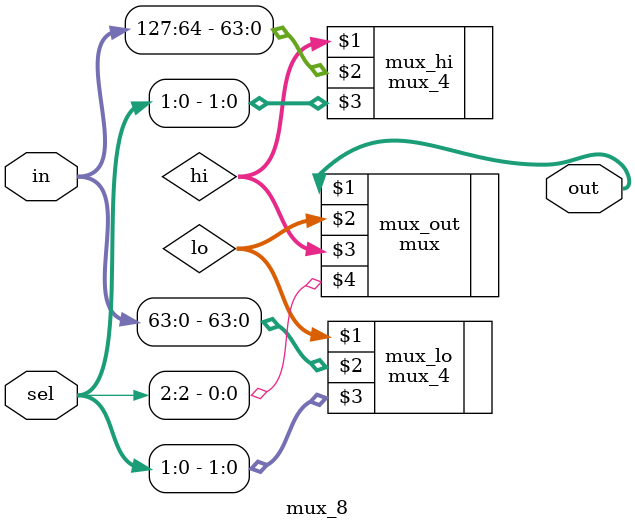
<source format=v>
module mux_8 (out, in, sel);

output wire [15:0] out;
input wire [127:0] in;
input wire [2:0] sel;

wire [15:0] lo, hi;

mux_4 mux_hi (hi[15:0], in[127:64], sel[1:0]);
mux_4 mux_lo (lo[15:0], in[63:0], sel[1:0]);
mux mux_out (out[15:0], lo[15:0], hi[15:0], sel[2]);

endmodule

</source>
